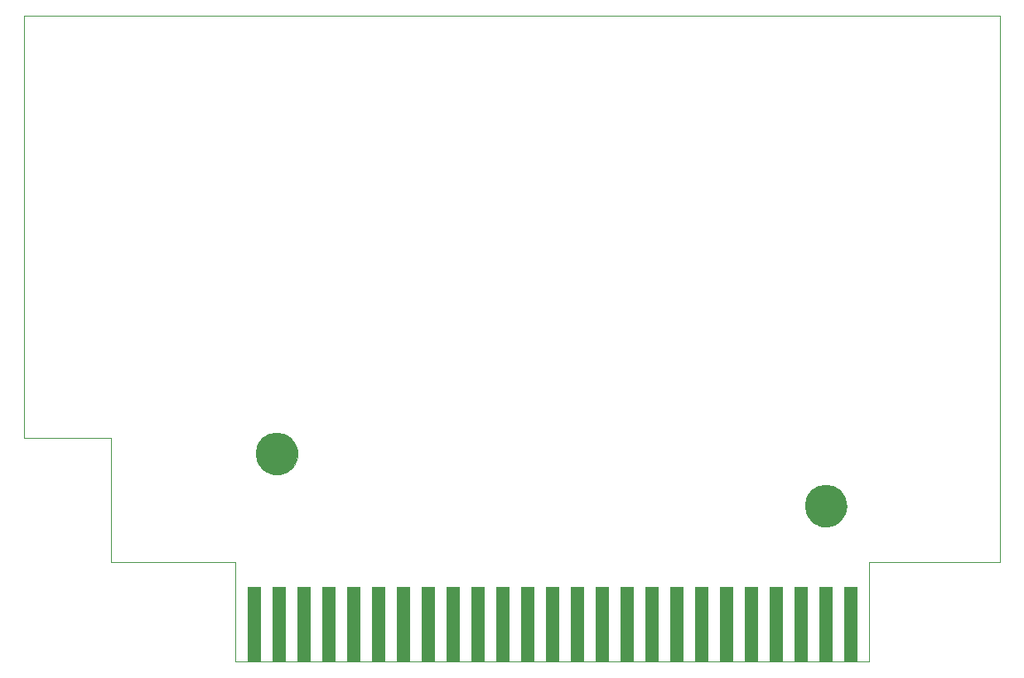
<source format=gbs>
G75*
%MOIN*%
%OFA0B0*%
%FSLAX24Y24*%
%IPPOS*%
%LPD*%
%AMOC8*
5,1,8,0,0,1.08239X$1,22.5*
%
%ADD10C,0.0000*%
%ADD11R,0.0540X0.3040*%
%ADD12C,0.1694*%
D10*
X005180Y005180D02*
X010180Y005180D01*
X010180Y001180D01*
X035680Y001180D01*
X035680Y005180D01*
X040930Y005180D01*
X040930Y027180D01*
X001680Y027180D01*
X001680Y010180D01*
X005180Y010180D01*
X005180Y005180D01*
X011009Y009534D02*
X011011Y009591D01*
X011017Y009648D01*
X011027Y009704D01*
X011040Y009760D01*
X011058Y009814D01*
X011079Y009867D01*
X011104Y009918D01*
X011132Y009968D01*
X011164Y010015D01*
X011198Y010061D01*
X011236Y010103D01*
X011277Y010143D01*
X011320Y010181D01*
X011366Y010215D01*
X011414Y010245D01*
X011464Y010273D01*
X011516Y010297D01*
X011570Y010317D01*
X011624Y010333D01*
X011680Y010346D01*
X011736Y010355D01*
X011793Y010360D01*
X011850Y010361D01*
X011907Y010358D01*
X011964Y010351D01*
X012020Y010340D01*
X012075Y010326D01*
X012129Y010307D01*
X012182Y010285D01*
X012233Y010260D01*
X012282Y010230D01*
X012329Y010198D01*
X012374Y010162D01*
X012416Y010124D01*
X012455Y010082D01*
X012491Y010038D01*
X012525Y009992D01*
X012555Y009943D01*
X012581Y009893D01*
X012604Y009841D01*
X012623Y009787D01*
X012639Y009732D01*
X012651Y009676D01*
X012659Y009619D01*
X012663Y009563D01*
X012663Y009505D01*
X012659Y009449D01*
X012651Y009392D01*
X012639Y009336D01*
X012623Y009281D01*
X012604Y009227D01*
X012581Y009175D01*
X012555Y009125D01*
X012525Y009076D01*
X012491Y009030D01*
X012455Y008986D01*
X012416Y008944D01*
X012374Y008906D01*
X012329Y008870D01*
X012282Y008838D01*
X012233Y008808D01*
X012182Y008783D01*
X012129Y008761D01*
X012075Y008742D01*
X012020Y008728D01*
X011964Y008717D01*
X011907Y008710D01*
X011850Y008707D01*
X011793Y008708D01*
X011736Y008713D01*
X011680Y008722D01*
X011624Y008735D01*
X011570Y008751D01*
X011516Y008771D01*
X011464Y008795D01*
X011414Y008823D01*
X011366Y008853D01*
X011320Y008887D01*
X011277Y008925D01*
X011236Y008965D01*
X011198Y009007D01*
X011164Y009053D01*
X011132Y009100D01*
X011104Y009150D01*
X011079Y009201D01*
X011058Y009254D01*
X011040Y009308D01*
X011027Y009364D01*
X011017Y009420D01*
X011011Y009477D01*
X011009Y009534D01*
X033098Y007435D02*
X033100Y007492D01*
X033106Y007549D01*
X033116Y007605D01*
X033129Y007661D01*
X033147Y007715D01*
X033168Y007768D01*
X033193Y007819D01*
X033221Y007869D01*
X033253Y007916D01*
X033287Y007962D01*
X033325Y008004D01*
X033366Y008044D01*
X033409Y008082D01*
X033455Y008116D01*
X033503Y008146D01*
X033553Y008174D01*
X033605Y008198D01*
X033659Y008218D01*
X033713Y008234D01*
X033769Y008247D01*
X033825Y008256D01*
X033882Y008261D01*
X033939Y008262D01*
X033996Y008259D01*
X034053Y008252D01*
X034109Y008241D01*
X034164Y008227D01*
X034218Y008208D01*
X034271Y008186D01*
X034322Y008161D01*
X034371Y008131D01*
X034418Y008099D01*
X034463Y008063D01*
X034505Y008025D01*
X034544Y007983D01*
X034580Y007939D01*
X034614Y007893D01*
X034644Y007844D01*
X034670Y007794D01*
X034693Y007742D01*
X034712Y007688D01*
X034728Y007633D01*
X034740Y007577D01*
X034748Y007520D01*
X034752Y007464D01*
X034752Y007406D01*
X034748Y007350D01*
X034740Y007293D01*
X034728Y007237D01*
X034712Y007182D01*
X034693Y007128D01*
X034670Y007076D01*
X034644Y007026D01*
X034614Y006977D01*
X034580Y006931D01*
X034544Y006887D01*
X034505Y006845D01*
X034463Y006807D01*
X034418Y006771D01*
X034371Y006739D01*
X034322Y006709D01*
X034271Y006684D01*
X034218Y006662D01*
X034164Y006643D01*
X034109Y006629D01*
X034053Y006618D01*
X033996Y006611D01*
X033939Y006608D01*
X033882Y006609D01*
X033825Y006614D01*
X033769Y006623D01*
X033713Y006636D01*
X033659Y006652D01*
X033605Y006672D01*
X033553Y006696D01*
X033503Y006724D01*
X033455Y006754D01*
X033409Y006788D01*
X033366Y006826D01*
X033325Y006866D01*
X033287Y006908D01*
X033253Y006954D01*
X033221Y007001D01*
X033193Y007051D01*
X033168Y007102D01*
X033147Y007155D01*
X033129Y007209D01*
X033116Y007265D01*
X033106Y007321D01*
X033100Y007378D01*
X033098Y007435D01*
D11*
X032930Y002680D03*
X031930Y002680D03*
X030930Y002680D03*
X029930Y002680D03*
X028930Y002680D03*
X027930Y002680D03*
X026930Y002680D03*
X025930Y002680D03*
X024930Y002680D03*
X023930Y002680D03*
X022930Y002680D03*
X021930Y002680D03*
X020930Y002680D03*
X019930Y002680D03*
X018930Y002680D03*
X017930Y002680D03*
X016930Y002680D03*
X015930Y002680D03*
X014930Y002680D03*
X013930Y002680D03*
X012930Y002680D03*
X011930Y002680D03*
X010930Y002680D03*
X033930Y002680D03*
X034930Y002680D03*
D12*
X033925Y007435D03*
X011836Y009534D03*
M02*

</source>
